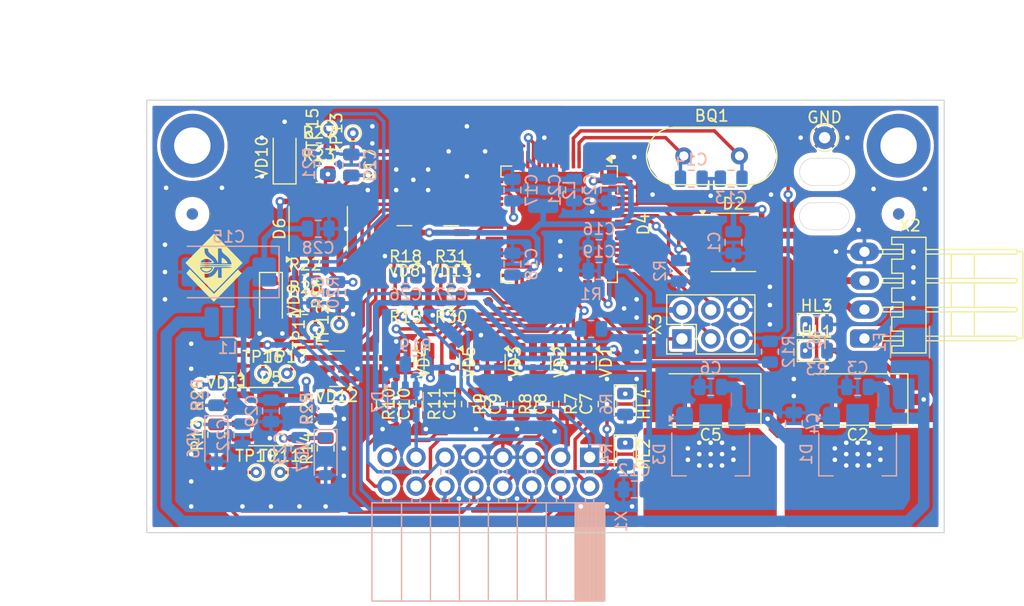
<source format=kicad_pcb>
(kicad_pcb
	(version 20240108)
	(generator "pcbnew")
	(generator_version "8.0")
	(general
		(thickness 1.6)
		(legacy_teardrops no)
	)
	(paper "A4")
	(layers
		(0 "F.Cu" signal)
		(31 "B.Cu" signal)
		(32 "B.Adhes" user "B.Adhesive")
		(33 "F.Adhes" user "F.Adhesive")
		(34 "B.Paste" user)
		(35 "F.Paste" user)
		(36 "B.SilkS" user "B.Silkscreen")
		(37 "F.SilkS" user "F.Silkscreen")
		(38 "B.Mask" user)
		(39 "F.Mask" user)
		(40 "Dwgs.User" user "User.Drawings")
		(41 "Cmts.User" user "User.Comments")
		(42 "Eco1.User" user "User.Eco1")
		(43 "Eco2.User" user "User.Eco2")
		(44 "Edge.Cuts" user)
		(45 "Margin" user)
		(46 "B.CrtYd" user "B.Courtyard")
		(47 "F.CrtYd" user "F.Courtyard")
		(48 "B.Fab" user)
		(49 "F.Fab" user)
		(50 "User.1" user)
		(51 "User.2" user)
		(52 "User.3" user)
		(53 "User.4" user)
		(54 "User.5" user)
		(55 "User.6" user)
		(56 "User.7" user)
		(57 "User.8" user)
		(58 "User.9" user)
	)
	(setup
		(pad_to_mask_clearance 0)
		(allow_soldermask_bridges_in_footprints no)
		(aux_axis_origin 30 63)
		(grid_origin 30 63)
		(pcbplotparams
			(layerselection 0x00010fc_ffffffff)
			(plot_on_all_layers_selection 0x0000000_00000000)
			(disableapertmacros no)
			(usegerberextensions no)
			(usegerberattributes yes)
			(usegerberadvancedattributes yes)
			(creategerberjobfile yes)
			(dashed_line_dash_ratio 12.000000)
			(dashed_line_gap_ratio 3.000000)
			(svgprecision 4)
			(plotframeref no)
			(viasonmask no)
			(mode 1)
			(useauxorigin no)
			(hpglpennumber 1)
			(hpglpenspeed 20)
			(hpglpendiameter 15.000000)
			(pdf_front_fp_property_popups yes)
			(pdf_back_fp_property_popups yes)
			(dxfpolygonmode yes)
			(dxfimperialunits yes)
			(dxfusepcbnewfont yes)
			(psnegative no)
			(psa4output no)
			(plotreference yes)
			(plotvalue yes)
			(plotfptext yes)
			(plotinvisibletext no)
			(sketchpadsonfab no)
			(subtractmaskfromsilk no)
			(outputformat 1)
			(mirror no)
			(drillshape 1)
			(scaleselection 1)
			(outputdirectory "")
		)
	)
	(net 0 "")
	(net 1 "Net-(D4-PD0)")
	(net 2 "Net-(D4-PD1)")
	(net 3 "+3V3")
	(net 4 "GND")
	(net 5 "+12V")
	(net 6 "+5V")
	(net 7 "UA_RDY")
	(net 8 "XRAY_ON")
	(net 9 "NO_LINK")
	(net 10 "OVERLOAD")
	(net 11 "OVERHEAT")
	(net 12 "+12VA")
	(net 13 "+3.3VA")
	(net 14 "Net-(D5A-+)")
	(net 15 "Net-(D5B-+)")
	(net 16 "Net-(D6A-+)")
	(net 17 "Net-(D6B-+)")
	(net 18 "HV_24V")
	(net 19 "HV_15V")
	(net 20 "Net-(D2-B)")
	(net 21 "U1_RX")
	(net 22 "TXEN")
	(net 23 "Net-(D2-A)")
	(net 24 "U1_TX")
	(net 25 "SWO")
	(net 26 "unconnected-(D4-PC15-Pad4)")
	(net 27 "unconnected-(D4-PB4-Pad56)")
	(net 28 "unconnected-(D4-PB2-Pad28)")
	(net 29 "Ia_CTRL")
	(net 30 "SWCLK")
	(net 31 "unconnected-(D4-PC6-Pad37)")
	(net 32 "unconnected-(D4-PB9-Pad62)")
	(net 33 "unconnected-(D4-PC3-Pad11)")
	(net 34 "unconnected-(D4-PB10-Pad29)")
	(net 35 "unconnected-(D4-PC14-Pad3)")
	(net 36 "Net-(D4-PC10)")
	(net 37 "unconnected-(D4-PC0-Pad8)")
	(net 38 "RESET")
	(net 39 "unconnected-(D4-PB8-Pad61)")
	(net 40 "SWDIO")
	(net 41 "Net-(D4-PB14)")
	(net 42 "unconnected-(D4-PD2-Pad54)")
	(net 43 "Ua_MON")
	(net 44 "unconnected-(D4-PA1-Pad15)")
	(net 45 "unconnected-(D4-PA12-Pad45)")
	(net 46 "Net-(D4-PC11)")
	(net 47 "HV_ENABLE")
	(net 48 "unconnected-(D4-PB1-Pad27)")
	(net 49 "unconnected-(D4-PB0-Pad26)")
	(net 50 "unconnected-(D4-PC12-Pad53)")
	(net 51 "Ua_CTRL")
	(net 52 "unconnected-(D4-PC2-Pad10)")
	(net 53 "Net-(D4-PB12)")
	(net 54 "CONN")
	(net 55 "Ia_MON")
	(net 56 "Net-(D4-PA3)")
	(net 57 "unconnected-(D4-PC13-Pad2)")
	(net 58 "unconnected-(D4-PB11-Pad30)")
	(net 59 "LED_ACT")
	(net 60 "Net-(D4-PB15)")
	(net 61 "unconnected-(D4-PA15-Pad50)")
	(net 62 "Net-(D4-PA2)")
	(net 63 "Net-(D4-PB13)")
	(net 64 "unconnected-(D4-PA0-Pad14)")
	(net 65 "Net-(D5A--)")
	(net 66 "Net-(D5B--)")
	(net 67 "Net-(D6B--)")
	(net 68 "Net-(D6A--)")
	(net 69 "unconnected-(D7-NC-Pad1)")
	(net 70 "X_HV_ENABLE")
	(net 71 "Net-(X2-Pin_1)")
	(net 72 "Net-(HL1-K)")
	(net 73 "Net-(HL2-K)")
	(net 74 "X_HV_24V")
	(net 75 "Net-(HL3-K)")
	(net 76 "Net-(HL4-K)")
	(net 77 "/X_UA_RDY")
	(net 78 "/X_XRAY_ON")
	(net 79 "/X_NO_LINK")
	(net 80 "/X_OVERLOAD")
	(net 81 "/X_OVERHEAT")
	(net 82 "X_Ua_MON")
	(net 83 "X_Ia_MON")
	(net 84 "X_Ua_CTRL")
	(net 85 "X_Ia_CTRL")
	(net 86 "X_HV_15V")
	(net 87 "unconnected-(H1-Pad1)")
	(net 88 "unconnected-(H2-Pad1)")
	(net 89 "Net-(VD10-K)")
	(net 90 "Net-(VD9-K)")
	(footprint "Capacitor_SMD:C_0805_2012Metric" (layer "F.Cu") (at 54.9 51.7 -90))
	(footprint "Resistor_SMD:R_0805_2012Metric" (layer "F.Cu") (at 43.900001 41.1))
	(footprint "TestPoint:TestPoint_THTPad_D1.0mm_Drill0.5mm" (layer "F.Cu") (at 46.9 44.7 90))
	(footprint "Connector_PinHeader_2.54mm:PinHeader_2x03_P2.54mm_Vertical" (layer "F.Cu") (at 76.975 45.975 90))
	(footprint "Resistor_SMD:R_0805_2012Metric" (layer "F.Cu") (at 56.72265 42.40235 180))
	(footprint "Resistor_SMD:R_0805_2012Metric" (layer "F.Cu") (at 52.72265 42.38985 180))
	(footprint "Capacitor_Tantalum_SMD:CP_EIA-7343-31_Kemet-D" (layer "F.Cu") (at 92.4 51.3 180))
	(footprint "Ecohim:TestPoint_Pad_D0.8mm_no_circle" (layer "F.Cu") (at 61.2 29.7))
	(footprint "Package_TO_SOT_SMD:SOT-23" (layer "F.Cu") (at 67.9 48 -90))
	(footprint "Resistor_SMD:R_0805_2012Metric" (layer "F.Cu") (at 45.7 52.1 90))
	(footprint "Ecohim:TestPoint_Pad_D0.8mm_no_circle" (layer "F.Cu") (at 60.3 40.8))
	(footprint "TestPoint:TestPoint_THTPad_D1.0mm_Drill0.5mm" (layer "F.Cu") (at 40.2 49))
	(footprint "Resistor_SMD:R_0805_2012Metric" (layer "F.Cu") (at 43.900003 43.099999))
	(footprint "Package_TO_SOT_SMD:SOT-23" (layer "F.Cu") (at 63.9 48 -90))
	(footprint "Package_QFP:LQFP-64_10x10mm_P0.5mm" (layer "F.Cu") (at 66.2 35.9 -90))
	(footprint "TestPoint:TestPoint_THTPad_D1.0mm_Drill0.5mm" (layer "F.Cu") (at 41.7 57.7))
	(footprint "Resistor_SMD:R_0805_2012Metric" (layer "F.Cu") (at 60.9 51.7 90))
	(footprint "LED_SMD:LED_0805_2012Metric" (layer "F.Cu") (at 72 56.1 -90))
	(footprint "Resistor_SMD:R_0805_2012Metric" (layer "F.Cu") (at 68.9 51.7 90))
	(footprint "TestPoint:TestPoint_THTPad_D1.0mm_Drill0.5mm" (layer "F.Cu") (at 44.800002 45.1 90))
	(footprint "Resistor_SMD:R_0805_2012Metric" (layer "F.Cu") (at 52.9 51.7 90))
	(footprint "Ecohim:TestPoint_Pad_D0.8mm_no_circle" (layer "F.Cu") (at 59.2 41.6))
	(footprint "LED_SMD:LED_0805_2012Metric" (layer "F.Cu") (at 72 51.7 -90))
	(footprint "Package_TO_SOT_SMD:SOT-23" (layer "F.Cu") (at 55.9 48 -90))
	(footprint "TestPoint:TestPoint_THTPad_D1.0mm_Drill0.5mm" (layer "F.Cu") (at 39.6 57.7))
	(footprint "Ecohim:TestPoint_Pad_D0.8mm_no_circle" (layer "F.Cu") (at 61.3 41.8))
	(footprint "Diode_SMD:D_SOD-123" (layer "F.Cu") (at 42.100003 30 90))
	(footprint "Crystal:Crystal_HC49-4H_Vertical" (layer "F.Cu") (at 77.149999 29.9))
	(footprint "Resistor_SMD:R_0805_2012Metric" (layer "F.Cu") (at 52.722651 40.38985))
	(footprint "MountingHole:MountingHole_3.2mm_M3_DIN965_Pad" (layer "F.Cu") (at 34 29))
	(footprint "Package_TO_SOT_SMD:SOT-23" (layer "F.Cu") (at 51.9 48 -90))
	(footprint "TestPoint:TestPoint_THTPad_D2.0mm_Drill1.0mm" (layer "F.Cu") (at 89.5 28.3))
	(footprint "MountingHole:MountingHole_3.2mm_M3_DIN965_Pad" (layer "F.Cu") (at 96 29))
	(footprint "Ecohim:DS1070-4MR_WF-4RA_CONNFLY" (layer "F.Cu") (at 93 38.320001 -90))
	(footprint "Ecohim:TestPoint_Pad_D0.8mm_no_circle" (layer "F.Cu") (at 60 30.9))
	(footprint "TestPoint:TestPoint_THTPad_D1.0mm_Drill0.5mm" (layer "F.Cu") (at 42.3 49))
	(footprint "Ecohim:TestPoint_Pad_D0.8mm_no_circle" (layer "F.Cu") (at 60 42.7))
	(footprint "LED_SMD:LED_0805_2012Metric" (layer "F.Cu") (at 88.8 47))
	(footprint "Fiducial:Fiducial_1mm_Mask3mm" (layer "F.Cu") (at 96 35))
	(footprint "Package_TO_SOT_SMD:SOT-23" (layer "F.Cu") (at 59.9 48 -90))
	(footprint "Package_SO:SOIC-8_3.9x4.9mm_P1.27mm" (layer "F.Cu") (at 45.050001 36.3 90))
	(footprint "Fiducial:Fiducial_1mm_Mask3mm" (layer "F.Cu") (at 34 35))
	(footprint "Ecohim:TestPoint_Pad_D0.8mm_no_circle" (layer "F.Cu") (at 73.8 37.8))
	(footprint "Resistor_SMD:R_0805_2012Metric"
		(layer "F.Cu")
		(uuid "9f9a2978-8f61-47bf-8376-322bebd262b7")
		(at 45.100002 29.5)
		(descr "Resistor SMD 0805 (2012 Metric), square (rectangular) end terminal, IPC_7351 nominal, (Body size source: IPC-SM-782 page 72, https://www.pcb-3d.com/wordpress/wp-content/uploads/ipc-sm-782a_amendment_1_and_2.pdf), generated with kicad-footprint-generator")
		(tags "resistor")
		(property "Reference" "R27"
			(at 0 -1.65 0)
			(layer "F.SilkS")
			(uuid "492dc044-1ebf-4f70-ba52-194984179ede")
			(effects
				(font
					(size 1 1)
					(thickness 0.15)
				)
			)
		)
		(property "Value" "150"
			(at 0 1.65 0)
			(layer "F.Fab")
			(uuid "51490646-ae2b-4e38-a972-b46d7c91ba97")
			(effects
				(font
					(size 1 1)
					(thickness 0.15)
				)
			)
		)
		(property "Footprint" "Resistor_SMD:R_0805_2012Metric"
			(at 0 0 0)
			(unlocked yes)
			(layer "F.Fab")
			(hide yes)
			(uuid "0fa926d1-551f-46f0-92fd-d67312eb2d75")
			(effects
				(font
					(size 1.27 1.27)
					(thickness 0.15)
				)
			)
		)
		(property "Datasheet" ""
			(at 0 0 0)
			(unlocked yes)
			(layer "F.Fab")
			(hide yes)
			(uuid "d7ad92fd-5771-4fc1-b6e8-133843d322be")
			(effects
				(font
					(size 1.27 1.27)
					(thickness 0.15)
				)
			)
		)
		(property "Description" ""
			(at 0 0 0)
			(unlocked yes)
			(layer "F.Fab")
			(hide yes)
			(uuid "cdeb09ea-d3c9-494e-9272-ac6914a19bed")
			(effects
				(font
					(size 1.27 1.27)
					(thickness 0.15)
				)
			)
		)
		(property ki_fp_filters "R_*")
		(path "/505d53f2-627a-4cae-b931-907964dd4080")
		(sheetname "Root")
		(sheetfile "RS485_BSV_V1R1.kicad_sch")
		(attr smd)
		(fp_line
			(start -0.227064 -0.735)
			(end 0.227064 -0.735)
			(stroke
				(width 0.12)
				(type solid)
			)
			(layer "F.SilkS")
			(uuid "5cb59e53-7240-4166-a3ed-cf7d30ac256c")
		)
		(fp_line
			(start -0.227064 0.735)
			(end 0.227064 0.735)
			(stroke
				(width 0.12)
				(type solid)
			)
			(layer "F.SilkS")
			(uuid "e0051f20-d9a7-4ad8-ae99-6a2ceac65b67")
		)
		(fp_line
			(start -1.68 -0.95)
			(end 1.68 -0.95)
			(stroke
				(width 0.05)
				(type solid)
			)
			(layer "F.CrtYd")
			(uuid "2604b6e8-e570-4f81-9769-acb759ddbf3d")
		)
		(fp_line
			(start -1.68 0.95)
			(end -1.68 -0.95)
			(stroke
				(width 0.05)
				(type solid)
			)
			(layer "F.CrtYd")
			(uuid "d06372e5-2f97-4537-a9e7-695a04e18d92")
		)
		(fp_line
			(start 1.68 -0.95)
			(end 1.68 0.95)
			(stro
... [848458 chars truncated]
</source>
